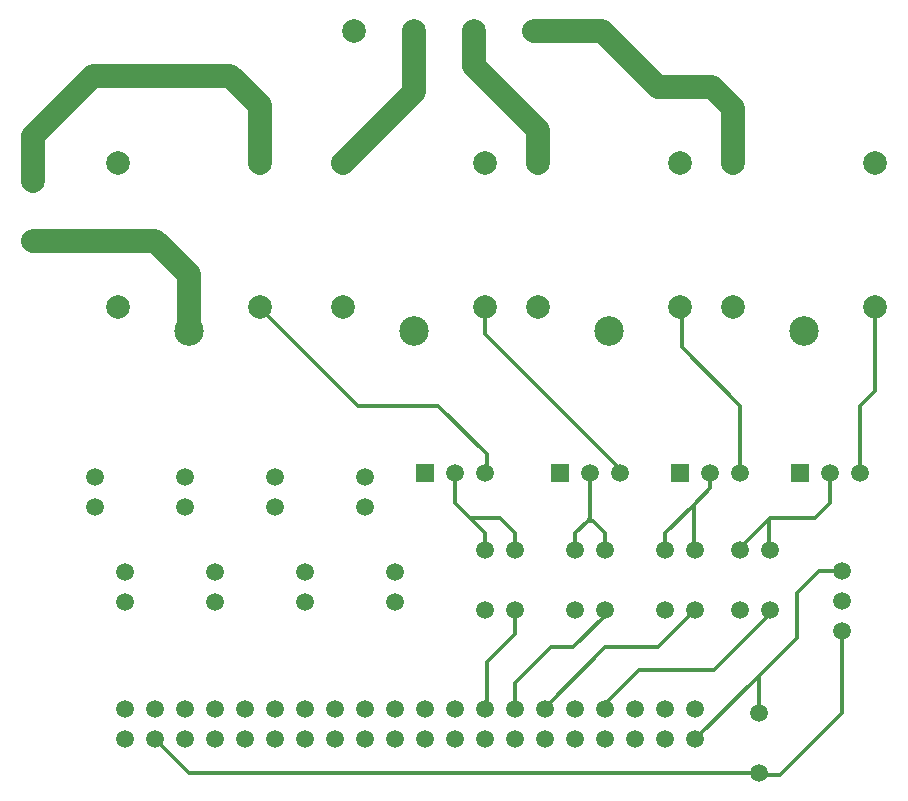
<source format=gbl>
G04 DipTrace 3.1.0.1*
G04 Controller.GBL*
%MOMM*%
G04 #@! TF.FileFunction,Copper,L2,Bot*
G04 #@! TF.Part,Single*
G04 #@! TA.AperFunction,ComponentPad*
%ADD13C,2.0*%
G04 #@! TA.AperFunction,Conductor*
%ADD14C,0.33*%
G04 #@! TA.AperFunction,ComponentPad*
%ADD16C,2.5*%
%ADD17C,1.5*%
%ADD18R,1.5X1.5*%
%FSLAX35Y35*%
G04*
G71*
G90*
G75*
G01*
G04 Bottom*
%LPD*%
X1466667Y6458167D2*
D13*
Y6839167D1*
X1974667Y7347167D1*
X3133543D1*
X3384293Y7096417D1*
Y6608167D1*
X4689293Y7728167D2*
Y7208167D1*
X4089293Y6608167D1*
X5197293Y7728167D2*
Y7426543D1*
X5740293Y6883543D1*
Y6608167D1*
X5705293Y7728167D2*
X6276793D1*
X6753043Y7251917D1*
X7213420D1*
X7391293Y7074043D1*
Y6608167D1*
X7070543Y2822787D2*
D14*
X6753050Y2505293D1*
X6308543D1*
X5816417Y2013167D1*
Y1965547D1*
X5800543Y1981420D1*
X8308793Y2648167D2*
Y1949667D1*
X7784920Y1425793D1*
X7626167D1*
X7610293Y1441667D1*
X2784293D1*
X2498543Y1727417D1*
X5292543Y3981670D2*
X5308417D1*
Y4140413D1*
X4895663Y4553167D1*
X4213043D1*
X3419293Y5346917D1*
Y5353167D1*
X3384293Y5388167D1*
X7705543Y2822787D2*
Y2791040D1*
X7229293Y2314790D1*
X6594293D1*
X6308543Y2029040D1*
Y1981420D1*
Y2822787D2*
Y2775167D1*
X6038670Y2505293D1*
X5848170D1*
X5546543Y2203667D1*
Y1981420D1*
X5038543Y3981670D2*
Y3727667D1*
X5292543Y3473667D1*
Y3330793D1*
X5546543D2*
Y3473667D1*
X5419543Y3600667D1*
X5165543D1*
X5038543Y3727667D1*
X1466667Y5950167D2*
D13*
X2498543D1*
X2784293Y5664417D1*
Y5188167D1*
X6435543Y3981670D2*
D14*
Y4013417D1*
X5292543Y5156417D1*
Y5391417D1*
X5289293Y5388167D1*
X5546543Y2822787D2*
Y2616417D1*
X5308417Y2378290D1*
Y1965547D1*
X5292543Y1981420D1*
X6181543Y3981670D2*
Y3600670D1*
X6158880Y3578007D1*
X6054543Y3473670D1*
Y3330793D1*
X6158880Y3578007D2*
X6204203D1*
X6308543Y3473667D1*
Y3330793D1*
X7197543Y3981670D2*
Y3854670D1*
X7057360Y3714487D1*
X6816543Y3473670D1*
Y3330793D1*
X7057360Y3714487D2*
Y3343977D1*
X7070543Y3330793D1*
X8213543Y3981670D2*
Y3727667D1*
X8086543Y3600667D1*
X7705540D1*
X7695603Y3590730D1*
X7451543Y3346670D1*
Y3330793D1*
X7695603Y3590730D2*
Y3340733D1*
X7705543Y3330793D1*
X7451543Y3981670D2*
Y4553167D1*
X6959417Y5045293D1*
Y5407290D1*
X6940293Y5388167D1*
X8467543Y3981670D2*
Y4553167D1*
X8591293Y4676917D1*
Y5388167D1*
X8308793Y3156167D2*
X8118293D1*
X7927793Y2965667D1*
Y2584667D1*
X7610293Y2267167D1*
X7070543Y1727417D1*
X7610293Y1949667D2*
Y2267167D1*
D16*
X2784293Y5188167D3*
D13*
X2184293Y5388167D3*
X3384293D3*
X2184293Y6608167D3*
X3384293D3*
X4181293Y7728167D3*
X4689293D3*
X5197293D3*
X5705293D3*
D17*
X2244543Y1981420D3*
X2498543D3*
X2752543D3*
X3006543D3*
X3260543D3*
X3514543D3*
X3768543D3*
X4022543D3*
X4276543D3*
X4530543D3*
X4784543D3*
X5038543D3*
X5292543D3*
X5546543D3*
X5800543D3*
X6054543D3*
X6308543D3*
X6562543D3*
X6816543D3*
X7070543D3*
X2244543Y1727417D3*
X2498543D3*
X3006543D3*
X2752543D3*
X3260543D3*
X3514543D3*
X3768543D3*
X4022543D3*
X4276543D3*
X4530543D3*
X4784543D3*
X5038543D3*
X5292543D3*
X5546543D3*
X5800543D3*
X6054543D3*
X6308543D3*
X6562543D3*
X6816543D3*
X7070543D3*
X1990543Y3949913D3*
Y3695920D3*
X2244543Y3140297D3*
Y2886293D3*
X5292543Y3981670D3*
X5038543D3*
D18*
X4784543D3*
D17*
X2752543Y3949913D3*
Y3695920D3*
X8308793Y3156167D3*
Y2902167D3*
X3006543Y3140297D3*
Y2886293D3*
X3514543Y3949913D3*
Y3695920D3*
X8308793Y2648167D3*
X7610293Y1441667D3*
X3768543Y3140297D3*
Y2886293D3*
X4276543Y3949913D3*
Y3695920D3*
X7610293Y1949667D3*
X4530543Y3140297D3*
Y2886293D3*
X5292543Y3330793D3*
Y2822787D3*
X5546543Y3330793D3*
Y2822787D3*
X6435543Y3981670D3*
X6181543D3*
D18*
X5927543D3*
D17*
X6054543Y3330793D3*
X6308543D3*
X6054543Y2822787D3*
X6308543D3*
X7451543Y3981670D3*
X7197543D3*
D18*
X6943543D3*
D17*
X8467543D3*
X8213543D3*
D18*
X7959543D3*
D17*
X6816543Y3330793D3*
X7070543D3*
X6816543Y2822787D3*
X7070543D3*
X7451543Y3330793D3*
X7705543D3*
X7451543Y2822787D3*
X7705543D3*
D13*
X1466667Y6458167D3*
Y5950167D3*
D16*
X4689293Y5188167D3*
D13*
X4089293Y5388167D3*
X5289293D3*
X4089293Y6608167D3*
X5289293D3*
D16*
X6340293Y5188167D3*
D13*
X5740293Y5388167D3*
X6940293D3*
X5740293Y6608167D3*
X6940293D3*
D16*
X7991293Y5188167D3*
D13*
X7391293Y5388167D3*
X8591293D3*
X7391293Y6608167D3*
X8591293D3*
M02*

</source>
